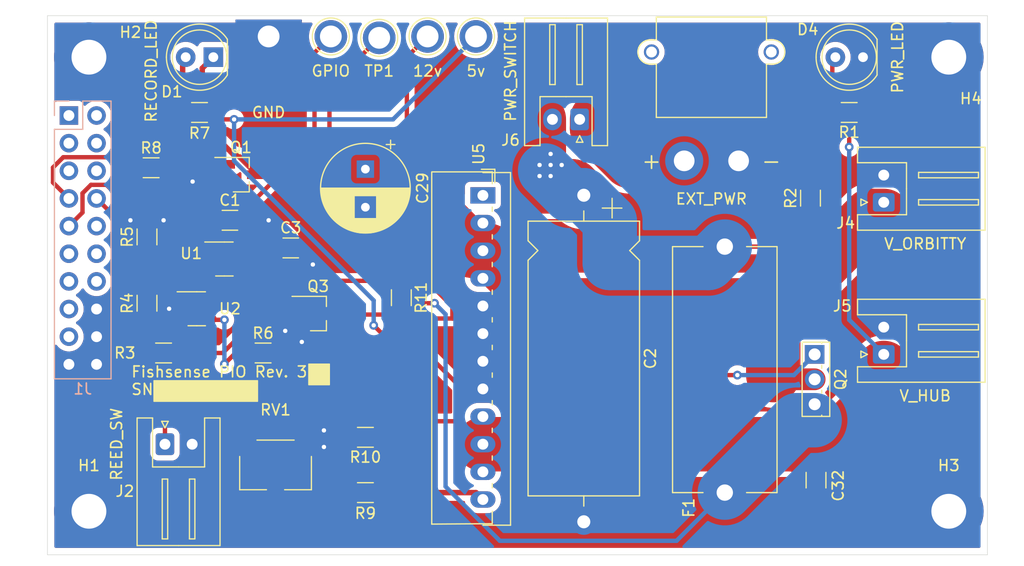
<source format=kicad_pcb>
(kicad_pcb (version 20211014) (generator pcbnew)
  (layers (0 "F.Cu" signal) (31 "B.Cu" signal) (34 "B.Paste" user) (35 "F.Paste" user) (36 "B.SilkS" user "B.Silkscreen") (37 "F.SilkS" user "F.Silkscreen") (38 "B.Mask" user) (39 "F.Mask" user) (44 "Edge.Cuts" user))
  (net 0 "")
  (net 1 "Net-(D1-Pad2)")
  (net 2 "Net-(D1-Pad1)")
  (net 3 "Net-(D4-Pad2)")
  (net 4 "+3V3")
  (net 10 "Net-(J1-Pad7)")
  (net 17 "GND")
  (net 18 "+5V")
  (net 19 "+12V")
  (net 20 "Net-(J1-Pad8)")
  (net 21 "/Power/POWEROFF_OD")
  (net 22 "Net-(J3-Pad2)")
  (net 24 "Net-(C2-Pad1)")
  (net 25 "Net-(R3-Pad2)")
  (net 26 "/Power/Vext")
  (net 28 "Net-(J1-Pad9)")
  (net 29 "Net-(Q1-Pad1)")
  (net 30 "Net-(R10-Pad1)")
  (net 31 "Net-(Q3-Pad1)")
  (net 32 "Net-(R4-Pad2)")
  (footprint "MountingHole:MountingHole_3.2mm_M3_Pad" (layer "F.Cu") (at 120.65 157.29)
    (fp_text reference "H1" (at 0 -4.2) (layer "F.SilkS"))
    (fp_text value "MountingHole_Pad")
    (pad "1" thru_hole circle (at 0 0) (size 6.4 6.4) (drill 3.2) (layers *.Cu *.Mask) (net 17 "GND"))
  )
  (footprint "MountingHole:MountingHole_3.2mm_M3_Pad" (layer "F.Cu") (at 120.65 115.57)
    (fp_text reference "H2" (at 3.81 -2.286) (layer "F.SilkS"))
    (fp_text value "MountingHole_Pad")
    (pad "1" thru_hole circle (at 0 0) (size 6.4 6.4) (drill 3.2) (layers *.Cu *.Mask) (net 17 "GND"))
  )
  (footprint "MountingHole:MountingHole_3.2mm_M3_Pad" (layer "F.Cu") (at 199.65 157.29)
    (fp_text reference "H3" (at 0 -4.2) (layer "F.SilkS"))
    (fp_text value "MountingHole_Pad")
    (pad "1" thru_hole circle (at 0 0) (size 6.4 6.4) (drill 3.2) (layers *.Cu *.Mask) (net 17 "GND"))
  )
  (footprint "MountingHole:MountingHole_3.2mm_M3_Pad" (layer "F.Cu") (at 199.65 115.57)
    (fp_text reference "H4" (at 2.026 3.81) (layer "F.SilkS"))
    (fp_text value "MountingHole_Pad")
    (pad "1" thru_hole circle (at 0 0) (size 6.4 6.4) (drill 3.2) (layers *.Cu *.Mask) (net 17 "GND"))
  )
  (footprint "Capacitor_THT:CP_Radial_D8.0mm_P3.50mm" (layer "F.Cu") (at 146.05 125.855349 -90)
    (fp_text reference "C29" (at 1.75 -5.25 -90) (layer "F.SilkS"))
    (fp_text value "100u")
    (pad "1" thru_hole rect (at 0 0 270) (size 1.6 1.6) (drill 0.8) (layers *.Cu *.Mask) (net 19 "+12V"))
    (pad "2" thru_hole circle (at 3.5 0 270) (size 1.6 1.6) (drill 0.8) (layers *.Cu *.Mask) (net 17 "GND"))
  )
  (footprint "Capacitor_SMD:C_1206_3216Metric_Pad1.33x1.80mm_HandSolder" (layer "F.Cu") (at 187.452 154.432 -90)
    (fp_text reference "C32" (at 0.508 -2.032 90) (layer "F.SilkS"))
    (fp_text value "22u")
    (pad "1" smd roundrect locked (at -1.5625 0 270) (size 1.325 1.8) (layers "F.Cu" "F.Paste" "F.Mask") (roundrect_rratio 0.188679) (net 18 "+5V"))
    (pad "2" smd roundrect locked (at 1.5625 0 270) (size 1.325 1.8) (layers "F.Cu" "F.Paste" "F.Mask") (roundrect_rratio 0.188679) (net 17 "GND"))
  )
  (footprint "LED_THT:LED_D5.0mm_FlatTop" (layer "F.Cu") (at 191.77 115.57 180)
    (fp_text reference "D4" (at 5.08 2.54) (layer "F.SilkS"))
    (fp_text value "PWR_LED" (at -3.175 0 90) (layer "F.SilkS"))
    (pad "1" thru_hole rect locked (at 0 0 180) (size 1.8 1.8) (drill 0.9) (layers *.Cu *.Mask) (net 17 "GND"))
    (pad "2" thru_hole circle locked (at 2.54 0 180) (size 1.8 1.8) (drill 0.9) (layers *.Cu *.Mask) (net 3 "Net-(D4-Pad2)"))
  )
  (footprint "Fuse:Fuseholder_Cylinder-5x20mm_Stelvio-Kontek_PTF78_Horizontal_Open" (layer "F.Cu") (at 179.07 155.575 90)
    (fp_text reference "F1" (at -1.397 -3.302 90) (layer "F.SilkS"))
    (fp_text value "Fuse")
    (pad "1" thru_hole circle locked (at 0 0 90) (size 3 3) (drill 1.5) (layers *.Cu *.Mask) (net 26 "/Power/Vext"))
    (pad "2" thru_hole circle locked (at 22.6 0 90) (size 3 3) (drill 1.5) (layers *.Cu *.Mask) (net 24 "Net-(C2-Pad1)"))
  )
  (footprint "Connector_AMASS:AMASS_XT30PW-M_1x02_P2.50mm_Horizontal" (layer "F.Cu") (at 180.34 125.095)
    (fp_text reference "J3" hide)
    (fp_text value "EXT_PWR" (at -2.5 3.5) (layer "F.SilkS"))
    (fp_text user "-" (at 3 0) (layer "F.SilkS") (effects (font (size 1.5 1.5))))
    (fp_text user "+" (at -8 0) (layer "F.SilkS") (effects (font (size 1.5 1.5))))
    (pad "" thru_hole circle locked (at 3 -10) (size 1.4 1.4) (drill 1) (layers *.Cu *.Mask))
    (pad "" thru_hole circle locked (at -8 -10) (size 1.4 1.4) (drill 1) (layers *.Cu *.Mask))
    (pad "1" thru_hole rect locked (at 0 0) (size 3.5 3.5) (drill 1.9) (layers *.Cu *.Mask) (net 17 "GND"))
    (pad "2" thru_hole circle locked (at -5 0) (size 3.5 3.5) (drill 1.9) (layers *.Cu *.Mask) (net 22 "Net-(J3-Pad2)"))
  )
  (footprint "TestPoint:TestPoint_Plated_Hole_D2.0mm" (layer "F.Cu") (at 156.21 113.665)
    (fp_text reference "TP9" hide)
    (fp_text value "5v" (at 0 3.175) (layer "F.SilkS"))
    (pad "1" thru_hole circle locked (at 0 0) (size 3 3) (drill 2) (layers *.Cu *.Mask) (net 18 "+5V"))
  )
  (footprint "Converter_DCDC:Converter_DCDC_RECOM_R5xxxPA_THT" (layer "F.Cu") (at 156.845 128.27 -90)
    (fp_text reference "U5" (at -3.81 0.381 90) (layer "F.SilkS"))
    (fp_text value "P783F-Q24-S5-S")
    (pad "1" thru_hole rect (at 0 0 270) (size 1.5 2.3) (drill 1) (layers *.Cu *.Mask))
    (pad "2" thru_hole oval (at 2.54 0 270) (size 1.5 2.3) (drill 1) (layers *.Cu *.Mask) (net 19 "+12V"))
    (pad "3" thru_hole oval (at 5.08 0 270) (size 1.5 2.3) (drill 1) (layers *.Cu *.Mask) (net 19 "+12V"))
    (pad "4" thru_hole oval (at 7.62 0 270) (size 1.5 2.3) (drill 1) (layers *.Cu *.Mask) (net 19 "+12V"))
    (pad "5" thru_hole oval (at 10.16 0 270) (size 1.5 2.3) (drill 1) (layers *.Cu *.Mask) (net 17 "GND"))
    (pad "6" thru_hole oval (at 12.7 0 270) (size 1.5 2.3) (drill 1) (layers *.Cu *.Mask) (net 17 "GND"))
    (pad "7" thru_hole oval (at 15.24 0 270) (size 1.5 2.3) (drill 1) (layers *.Cu *.Mask) (net 17 "GND"))
    (pad "8" thru_hole oval (at 17.78 0 270) (size 1.5 2.3) (drill 1) (layers *.Cu *.Mask) (net 17 "GND"))
    (pad "9" thru_hole oval (at 20.32 0 270) (size 1.5 2.3) (drill 1) (layers *.Cu *.Mask) (net 18 "+5V"))
    (pad "10" thru_hole oval (at 22.86 0 270) (size 1.5 2.3) (drill 1) (layers *.Cu *.Mask) (net 18 "+5V"))
    (pad "11" thru_hole oval (at 25.4 0 270) (size 1.5 2.3) (drill 1) (layers *.Cu *.Mask) (net 18 "+5V"))
    (pad "12" thru_hole oval (at 27.94 0 270) (size 1.5 2.3) (drill 1) (layers *.Cu *.Mask) (net 30 "Net-(R10-Pad1)"))
  )
  (footprint "Package_TO_SOT_SMD:SOT-23_Handsoldering" (layer "F.Cu") (at 134.62 126.365)
    (fp_text reference "Q1" (at 0 -2.5) (layer "F.SilkS"))
    (fp_text value "Q_NMOS_GSD")
    (pad "1" smd rect locked (at -1.5 -0.95) (size 1.9 0.8) (layers "F.Cu" "F.Paste" "F.Mask") (net 29 "Net-(Q1-Pad1)"))
    (pad "2" smd rect locked (at -1.5 0.95) (size 1.9 0.8) (layers "F.Cu" "F.Paste" "F.Mask") (net 17 "GND"))
    (pad "3" smd rect locked (at 1.5 0) (size 1.9 0.8) (layers "F.Cu" "F.Paste" "F.Mask") (net 2 "Net-(D1-Pad1)"))
  )
  (footprint "Package_TO_SOT_THT:TO-251-3_Vertical" (layer "F.Cu") (at 187.325 142.875 -90)
    (fp_text reference "Q2" (at 2.29 -2.39 90) (layer "F.SilkS"))
    (fp_text value "Q_PMOS_GDS")
    (pad "1" thru_hole rect locked (at 0 0 270) (size 1.7175 1.8) (drill 1.1) (layers *.Cu *.Mask) (net 21 "/Power/POWEROFF_OD"))
    (pad "2" thru_hole oval locked (at 2.29 0 270) (size 1.7175 1.8) (drill 1.1) (layers *.Cu *.Mask) (net 19 "+12V"))
    (pad "3" thru_hole oval locked (at 4.58 0 270) (size 1.7175 1.8) (drill 1.1) (layers *.Cu *.Mask) (net 26 "/Power/Vext"))
  )
  (footprint "Resistor_SMD:R_1206_3216Metric_Pad1.30x1.75mm_HandSolder" (layer "F.Cu") (at 190.5 120.65 180)
    (fp_text reference "R1" (at 0 -1.82) (layer "F.SilkS"))
    (fp_text value "91")
    (pad "1" smd roundrect locked (at -1.55 0 180) (size 1.3 1.75) (layers "F.Cu" "F.Paste" "F.Mask") (roundrect_rratio 0.192308) (net 18 "+5V"))
    (pad "2" smd roundrect locked (at 1.55 0 180) (size 1.3 1.75) (layers "F.Cu" "F.Paste" "F.Mask") (roundrect_rratio 0.192308) (net 3 "Net-(D4-Pad2)"))
  )
  (footprint "Connector_JST:JST_XH_S2B-XH-A_1x02_P2.50mm_Horizontal" (layer "F.Cu") (at 165.735 121.285 180)
    (fp_text reference "J6" (at 6.35 -1.905) (layer "F.SilkS"))
    (fp_text value "PWR_SWITCH" (at 6.35 4.445 90) (layer "F.SilkS"))
    (pad "1" thru_hole roundrect locked (at 0 0 180) (size 1.7 2) (drill 1) (layers *.Cu *.Mask) (roundrect_rratio 0.147059) (net 22 "Net-(J3-Pad2)"))
    (pad "2" thru_hole oval locked (at 2.5 0 180) (size 1.7 2) (drill 1) (layers *.Cu *.Mask) (net 24 "Net-(C2-Pad1)"))
  )
  (footprint "LED_THT:LED_D5.0mm_FlatTop" (layer "F.Cu") (at 132.08 115.57 180)
    (fp_text reference "D1" (at 3.81 -3.175) (layer "F.SilkS"))
    (fp_text value "RECORD_LED" (at 5.715 -1.27 90) (layer "F.SilkS"))
    (pad "1" thru_hole rect locked (at 0 0 180) (size 1.8 1.8) (drill 0.9) (layers *.Cu *.Mask) (net 2 "Net-(D1-Pad1)"))
    (pad "2" thru_hole circle locked (at 2.54 0 180) (size 1.8 1.8) (drill 0.9) (layers *.Cu *.Mask) (net 1 "Net-(D1-Pad2)"))
  )
  (footprint "Connector_JST:JST_XH_S2B-XH-A_1x02_P2.50mm_Horizontal" (layer "F.Cu") (at 127.635 151.13)
    (fp_text reference "J2" (at -3.683 4.318) (layer "F.SilkS"))
    (fp_text value "REED_SW" (at -4.445 0 90) (layer "F.SilkS"))
    (pad "1" thru_hole roundrect locked (at 0 0) (size 1.7 2) (drill 1) (layers *.Cu *.Mask) (roundrect_rratio 0.147059) (net 20 "Net-(J1-Pad8)"))
    (pad "2" thru_hole oval locked (at 2.5 0) (size 1.7 2) (drill 1) (layers *.Cu *.Mask) (net 17 "GND"))
  )
  (footprint "Connector_JST:JST_XH_S2B-XH-A_1x02_P2.50mm_Horizontal" (layer "F.Cu") (at 193.675 128.905 90)
    (fp_text reference "J4" (at -1.905 -3.5 180) (layer "F.SilkS"))
    (fp_text value "V_ORBITTY" (at -3.81 3.81 180) (layer "F.SilkS"))
    (pad "1" thru_hole roundrect locked (at 0 0 90) (size 1.7 2) (drill 1) (layers *.Cu *.Mask) (roundrect_rratio 0.147059) (net 19 "+12V"))
    (pad "2" thru_hole oval locked (at 2.5 0 90) (size 1.7 2) (drill 1) (layers *.Cu *.Mask) (net 17 "GND"))
  )
  (footprint "Connector_JST:JST_XH_S2B-XH-A_1x02_P2.50mm_Horizontal" (layer "F.Cu") (at 193.675 142.875 90)
    (fp_text reference "J5" (at 4.445 -3.81 180) (layer "F.SilkS"))
    (fp_text value "V_HUB" (at -3.81 3.81 180) (layer "F.SilkS"))
    (pad "1" thru_hole roundrect locked (at 0 0 90) (size 1.7 2) (drill 1) (layers *.Cu *.Mask) (roundrect_rratio 0.147059) (net 18 "+5V"))
    (pad "2" thru_hole oval locked (at 2.5 0 90) (size 1.7 2) (drill 1) (layers *.Cu *.Mask) (net 17 "GND"))
  )
  (footprint "Resistor_SMD:R_1206_3216Metric_Pad1.30x1.75mm_HandSolder" (layer "F.Cu") (at 130.81 120.65 180)
    (fp_text reference "R7" (at 0 -1.905) (layer "F.SilkS"))
    (fp_text value "150")
    (pad "1" smd roundrect locked (at -1.55 0 180) (size 1.3 1.75) (layers "F.Cu" "F.Paste" "F.Mask") (roundrect_rratio 0.192308) (net 18 "+5V"))
    (pad "2" smd roundrect locked (at 1.55 0 180) (size 1.3 1.75) (layers "F.Cu" "F.Paste" "F.Mask") (roundrect_rratio 0.192308) (net 1 "Net-(D1-Pad2)"))
  )
  (footprint "Resistor_SMD:R_1206_3216Metric_Pad1.30x1.75mm_HandSolder" (layer "F.Cu") (at 126.365 125.73)
    (fp_text reference "R8" (at 0 -1.82) (layer "F.SilkS"))
    (fp_text value "150")
    (pad "1" smd roundrect locked (at -1.55 0) (size 1.3 1.75) (layers "F.Cu" "F.Paste" "F.Mask") (roundrect_rratio 0.192308) (net 10 "Net-(J1-Pad7)"))
    (pad "2" smd roundrect locked (at 1.55 0) (size 1.3 1.75) (layers "F.Cu" "F.Paste" "F.Mask") (roundrect_rratio 0.192308) (net 29 "Net-(Q1-Pad1)"))
  )
  (footprint "Resistor_SMD:R_1206_3216Metric_Pad1.30x1.75mm_HandSolder" (layer "F.Cu") (at 146.05 155.575)
    (fp_text reference "R9" (at 0 1.905) (layer "F.SilkS"))
    (fp_text value "500k")
    (pad "1" smd roundrect locked (at -1.55 0) (size 1.3 1.75) (layers "F.Cu" "F.Paste" "F.Mask") (roundrect_rratio 0.192308) (net 18 "+5V"))
    (pad "2" smd roundrect locked (at 1.55 0) (size 1.3 1.75) (layers "F.Cu" "F.Paste" "F.Mask") (roundrect_rratio 0.192308) (net 30 "Net-(R10-Pad1)"))
  )
  (footprint "Resistor_SMD:R_1206_3216Metric_Pad1.30x1.75mm_HandSolder" (layer "F.Cu") (at 146.05 150.495 180)
    (fp_text reference "R10" (at 0 -1.82) (layer "F.SilkS"))
    (fp_text value "500k")
    (pad "1" smd roundrect locked (at -1.55 0 180) (size 1.3 1.75) (layers "F.Cu" "F.Paste" "F.Mask") (roundrect_rratio 0.192308) (net 30 "Net-(R10-Pad1)"))
    (pad "2" smd roundrect locked (at 1.55 0 180) (size 1.3 1.75) (layers "F.Cu" "F.Paste" "F.Mask") (roundrect_rratio 0.192308) (net 17 "GND"))
  )
  (footprint "Potentiometer_SMD:Potentiometer_Bourns_3269W_Vertical" (layer "F.Cu") (at 137.795 153.035)
    (fp_text reference "RV1" (at 0 -5.06) (layer "F.SilkS"))
    (fp_text value "1M")
    (pad "1" smd rect locked (at 2.54 -2.415) (size 1.19 2.79) (layers "F.Cu" "F.Paste" "F.Mask") (net 17 "GND"))
    (pad "2" smd rect locked (at 0 2.415) (size 1.19 2.79) (layers "F.Cu" "F.Paste" "F.Mask") (net 30 "Net-(R10-Pad1)"))
    (pad "3" smd rect locked (at -2.54 -2.415) (size 1.19 2.79) (layers "F.Cu" "F.Paste" "F.Mask") (net 18 "+5V"))
  )
  (footprint "TestPoint:TestPoint_Plated_Hole_D2.0mm" (layer "F.Cu") (at 137.16 113.665)
    (fp_text reference "TP2" hide)
    (fp_text value "GND" (at 0 6.985) (layer "F.SilkS"))
    (pad "1" thru_hole custom locked (at 0 0) (size 3 3) (drill 2) (layers *.Cu *.Mask) (net 17 "GND") (options (clearance outline) (anchor circle)) (primitives (gr_poly (pts (xy 3 6) (xy -3 6) (xy -3 -1.5) (xy 3 -1.5)) (width 0.1) (fill yes))))
  )
  (footprint "TestPoint:TestPoint_Plated_Hole_D2.0mm" (layer "F.Cu") (at 151.765 113.665)
    (fp_text reference "TP3" hide)
    (fp_text value "12v" (at 0 3.175) (layer "F.SilkS"))
    (pad "1" thru_hole circle locked (at 0 0) (size 3 3) (drill 2) (layers *.Cu *.Mask) (net 19 "+12V"))
  )
  (footprint "TestPoint:TestPoint_Plated_Hole_D2.0mm" (layer "F.Cu") (at 142.875 113.665)
    (fp_text reference "TP4" hide)
    (fp_text value "GPIO" (at 0 3.175) (layer "F.SilkS"))
    (pad "1" thru_hole circle locked (at 0 0) (size 3 3) (drill 2) (layers *.Cu *.Mask) (net 28 "Net-(J1-Pad9)"))
  )
  (footprint "Package_TO_SOT_SMD:SOT-23-5" (layer "F.Cu") (at 130.556 138.684)
    (fp_text reference "U2" (at 3.048 0) (layer "F.SilkS"))
    (fp_text value "MIC2779L")
    (pad "1" smd roundrect (at -1.1375 -0.95) (size 1.325 0.6) (layers "F.Cu" "F.Paste" "F.Mask") (net 32 "Net-(R4-Pad2)"))
    (pad "2" smd roundrect (at -1.1375 0) (size 1.325 0.6) (layers "F.Cu" "F.Paste" "F.Mask") (net 17 "GND"))
    (pad "3" smd roundrect (at -1.1375 0.95) (size 1.325 0.6) (layers "F.Cu" "F.Paste" "F.Mask") (net 25 "Net-(R3-Pad2)"))
    (pad "4" smd roundrect (at 1.1375 0.95) (size 1.325 0.6) (layers "F.Cu" "F.Paste" "F.Mask") (net 31 "Net-(Q3-Pad1)"))
    (pad "5" smd roundrect (at 1.1375 -0.95) (size 1.325 0.6) (layers "F.Cu" "F.Paste" "F.Mask") (net 4 "+3V3"))
  )
  (footprint "Resistor_SMD:R_1206_3216Metric_Pad1.30x1.75mm_HandSolder" (layer "F.Cu") (at 125.984 132.08 90)
    (fp_text reference "R5" (at 0 -1.82 90) (layer "F.SilkS"))
    (fp_text value "118k")
    (pad "1" smd roundrect (at -1.55 0 90) (size 1.3 1.75) (layers "F.Cu" "F.Paste" "F.Mask") (roundrect_rratio 0.192308) (net 32 "Net-(R4-Pad2)"))
    (pad "2" smd roundrect (at 1.55 0 90) (size 1.3 1.75) (layers "F.Cu" "F.Paste" "F.Mask") (roundrect_rratio 0.192308) (net 17 "GND"))
  )
  (footprint "Resistor_SMD:R_1206_3216Metric_Pad1.30x1.75mm_HandSolder" (layer "F.Cu") (at 149.352 137.668 -90)
    (fp_text reference "R11" (at 0 -1.82 90) (layer "F.SilkS"))
    (fp_text value "50k")
    (pad "1" smd roundrect (at -1.55 0 270) (size 1.3 1.75) (layers "F.Cu" "F.Paste" "F.Mask") (roundrect_rratio 0.192308) (net 26 "/Power/Vext"))
    (pad "2" smd roundrect (at 1.55 0 270) (size 1.3 1.75) (layers "F.Cu" "F.Paste" "F.Mask") (roundrect_rratio 0.192308) (net 21 "/Power/POWEROFF_OD"))
  )
  (footprint "Resistor_SMD:R_1206_3216Metric_Pad1.30x1.75mm_HandSolder" (layer "F.Cu") (at 127.508 142.748 180)
    (fp_text reference "R3" (at 3.556 0) (layer "F.SilkS"))
    (fp_text value "870k")
    (pad "1" smd roundrect (at -1.55 0 180) (size 1.3 1.75) (layers "F.Cu" "F.Paste" "F.Mask") (roundrect_rratio 0.192308) (net 26 "/Power/Vext"))
    (pad "2" smd roundrect (at 1.55 0 180) (size 1.3 1.75) (layers "F.Cu" "F.Paste" "F.Mask") (roundrect_rratio 0.192308) (net 25 "Net-(R3-Pad2)"))
  )
  (footprint "Capacitor_THT:CP_Axial_L25.0mm_D10.0mm_P30.00mm_Horizontal" (layer "F.Cu") (at 166.116 128.256 -90)
    (fp_text reference "C2" (at 15 -6.12 -90) (layer "F.SilkS"))
    (fp_text value "1000u")
    (pad "1" thru_hole rect (at 0 0 270) (size 2.4 2.4) (drill 1.2) (layers *.Cu *.Mask) (net 24 "Net-(C2-Pad1)"))
    (pad "2" thru_hole oval (at 30 0 270) (size 2.4 2.4) (drill 1.2) (layers *.Cu *.Mask) (net 17 "GND"))
  )
  (footprint "TestPoint:TestPoint_Plated_Hole_D2.0mm" (layer "F.Cu") (at 147.32 113.792)
    (fp_text reference "TP1" (at 0 3.048) (layer "F.SilkS"))
    (fp_text value "Poweroff")
    (pad "1" thru_hole circle (at 0 0) (size 3 3) (drill 2) (layers *.Cu *.Mask) (net 21 "/Power/POWEROFF_OD"))
  )
  (footprint "Capacitor_SMD:C_1206_3216Metric_Pad1.33x1.80mm_HandSolder" (layer "F.Cu") (at 139.192 133.096)
    (fp_text reference "C3" (at 0 -1.85) (layer "F.SilkS"))
    (fp_text value "1u")
    (pad "1" smd roundrect (at -1.5625 0) (size 1.325 1.8) (layers "F.Cu" "F.Paste" "F.Mask") (roundrect_rratio 0.188679) (net 4 "+3V3"))
    (pad "2" smd roundrect (at 1.5625 0) (size 1.325 1.8) (layers "F.Cu" "F.Paste" "F.Mask") (roundrect_rratio 0.188679) (net 17 "GND"))
  )
  (footprint "Package_TO_SOT_SMD:SOT-23-5" (layer "F.Cu") (at 133.096 134.112)
    (fp_text reference "U1" (at -3.048 -0.508) (layer "F.SilkS"))
    (fp_text value "NCP711")
    (pad "1" smd roundrect (at -1.1375 -0.95) (size 1.325 0.6) (layers "F.Cu" "F.Paste" "F.Mask") (net 26 "/Power/Vext"))
    (pad "2" smd roundrect (at -1.1375 0) (size 1.325 0.6) (layers "F.Cu" "F.Paste" "F.Mask") (net 17 "GND"))
    (pad "3" smd roundrect (at -1.1375 0.95) (size 1.325 0.6) (layers "F.Cu" "F.Paste" "F.Mask"))
    (pad "4" smd roundrect (at 1.1375 0.95) (size 1.325 0.6) (layers "F.Cu" "F.Paste" "F.Mask"))
    (pad "5" smd roundrect (at 1.1375 -0.95) (size 1.325 0.6) (layers "F.Cu" "F.Paste" "F.Mask") (net 4 "+3V3"))
  )
  (footprint "Resistor_SMD:R_1206_3216Metric_Pad1.30x1.75mm_HandSolder" (layer "F.Cu") (at 125.984 138.176 90)
    (fp_text reference "R4" (at 0 -1.82 90) (layer "F.SilkS"))
    (fp_text value "12k")
    (pad "1" smd roundrect (at -1.55 0 90) (size 1.3 1.75) (layers "F.Cu" "F.Paste" "F.Mask") (roundrect_rratio 0.192308) (net 25 "Net-(R3-Pad2)"))
    (pad "2" smd roundrect (at 1.55 0 90) (size 1.3 1.75) (layers "F.Cu" "F.Paste" "F.Mask") (roundrect_rratio 0.192308) (net 32 "Net-(R4-Pad2)"))
  )
  (footprint "Package_TO_SOT_SMD:SOT-23_Handsoldering" (layer "F.Cu") (at 141.708 139.126)
    (fp_text reference "Q3" (at 0 -2.5) (layer "F.SilkS"))
    (fp_text value "Q_NMOS_GSD")
    (pad "1" smd rect (at -1.5 -0.95) (size 1.9 0.8) (layers "F.Cu" "F.Paste" "F.Mask") (net 31 "Net-(Q3-Pad1)"))
    (pad "2" smd rect (at -1.5 0.95) (size 1.9 0.8) (layers "F.Cu" "F.Paste" "F.Mask") (net 17 "GND"))
    (pad "3" smd rect (at 1.5 0) (size 1.9 0.8) (layers "F.Cu" "F.Paste" "F.Mask") (net 21 "/Power/POWEROFF_OD"))
  )
  (footprint "Resistor_SMD:R_1206_3216Metric_Pad1.30x1.75mm_HandSolder" (layer "F.Cu") (at 186.944 128.524 90)
    (fp_text reference "R2" (at 0 -1.82 90) (layer "F.SilkS"))
    (fp_text value "10M")
    (pad "1" smd roundrect (at -1.55 0 90) (size 1.3 1.75) (layers "F.Cu" "F.Paste" "F.Mask") (roundrect_rratio 0.192308) (net 24 "Net-(C2-Pad1)"))
    (pad "2" smd roundrect (at 1.55 0 90) (size 1.3 1.75) (layers "F.Cu" "F.Paste" "F.Mask") (roundrect_rratio 0.192308) (net 17 "GND"))
  )
  (footprint "Resistor_SMD:R_1206_3216Metric_Pad1.30x1.75mm_HandSolder" (layer "F.Cu") (at 136.652 142.748)
    (fp_text reference "R6" (at 0 -1.82) (layer "F.SilkS"))
    (fp_text value "50k")
    (pad "1" smd roundrect (at -1.55 0) (size 1.3 1.75) (layers "F.Cu" "F.Paste" "F.Mask") (roundrect_rratio 0.192308) (net 31 "Net-(Q3-Pad1)"))
    (pad "2" smd roundrect (at 1.55 0) (size 1.3 1.75) (layers "F.Cu" "F.Paste" "F.Mask") (roundrect_rratio 0.192308) (net 17 "GND"))
  )
  (footprint "Capacitor_SMD:C_1206_3216Metric_Pad1.33x1.80mm_HandSolder" (layer "F.Cu") (at 133.604 130.556)
    (fp_text reference "C1" (at 0 -1.85) (layer "F.SilkS"))
    (fp_text value "1u")
    (pad "1" smd roundrect (at -1.5625 0) (size 1.325 1.8) (layers "F.Cu" "F.Paste" "F.Mask") (roundrect_rratio 0.188679) (net 26 "/Power/Vext"))
    (pad "2" smd roundrect (at 1.5625 0) (size 1.325 1.8) (layers "F.Cu" "F.Paste" "F.Mask") (roundrect_rratio 0.188679) (net 17 "GND"))
  )
  (footprint "Connector_PinSocket_2.54mm:PinSocket_2x10_P2.54mm_Vertical" (layer "B.Cu") (at 118.81 120.93 180)
    (fp_text reference "J1" (at -1.27 -25.12) (layer "B.SilkS") (effects (justify mirror)))
    (fp_text value "ORBITTY_EXPANSION")
    (pad "1" thru_hole rect locked (at 0 0 180) (size 1.7 1.7) (drill 1) (layers *.Cu *.Mask))
    (pad "2" thru_hole oval locked (at -2.54 0 180) (size 1.7 1.7) (drill 1) (layers *.Cu *.Mask))
    (pad "3" thru_hole oval locked (at 0 -2.54 180) (size 1.7 1.7) (drill 1) (layers *.Cu *.Mask))
    (pad "4" thru_hole oval locked (at -2.54 -2.54 180) (size 1.7 1.7) (drill 1) (layers *.Cu *.Mask))
    (pad "5" thru_hole oval locked (at 0 -5.08 180) (size 1.7 1.7) (drill 1) (layers *.Cu *.Mask))
    (pad "6" thru_hole oval locked (at -2.54 -5.08 180) (size 1.7 1.7) (drill 1) (layers *.Cu *.Mask))
    (pad "7" thru_hole oval locked (at 0 -7.62 180) (size 1.7 1.7) (drill 1) (layers *.Cu *.Mask) (net 10 "Net-(J1-Pad7)"))
    (pad "8" thru_hole oval locked (at -2.54 -7.62 180) (size 1.7 1.7) (drill 1) (layers *.Cu *.Mask) (net 20 "Net-(J1-Pad8)"))
    (pad "9" thru_hole oval locked (at 0 -10.16 180) (size 1.7 1.7) (drill 1) (layers *.Cu *.Mask) (net 28 "Net-(J1-Pad9)"))
    (pad "10" thru_hole oval locked (at -2.54 -10.16 180) (size 1.7 1.7) (drill 1) (layers *.Cu *.Mask))
    (pad "11" thru_hole oval locked (at 0 -12.7 180) (size 1.7 1.7) (drill 1) (layers *.Cu *.Mask))
    (pad "12" thru_hole oval locked (at -2.54 -12.7 180) (size 1.7 1.7) (drill 1) (layers *.Cu *.Mask))
    (pad "13" thru_hole oval locked (at 0 -15.24 180) (size 1.7 1.7) (drill 1) (layers *.Cu *.Mask))
    (pad "14" thru_hole oval locked (at -2.54 -15.24 180) (size 1.7 1.7) (drill 1) (layers *.Cu *.Mask))
    (pad "15" thru_hole oval locked (at 0 -17.78 180) (size 1.7 1.7) (drill 1) (layers *.Cu *.Mask))
    (pad "16" thru_hole oval locked (at -2.54 -17.78 180) (size 1.7 1.7) (drill 1) (layers *.Cu *.Mask) (net 17 "GND"))
    (pad "17" thru_hole oval locked (at 0 -20.32 180) (size 1.7 1.7) (drill 1) (layers *.Cu *.Mask))
    (pad "18" thru_hole oval locked (at -2.54 -20.32 180) (size 1.7 1.7) (drill 1) (layers *.Cu *.Mask) (net 17 "GND"))
    (pad "19" thru_hole oval locked (at 0 -22.86 180) (size 1.7 1.7) (drill 1) (layers *.Cu *.Mask) (net 17 "GND"))
    (pad "20" thru_hole oval locked (at -2.54 -22.86 180) (size 1.7 1.7) (drill 1) (layers *.Cu *.Mask) (net 17 "GND"))
  )
  (gr_poly (pts (xy 142.748 145.669) (xy 140.843 145.669) (xy 140.843 143.764) (xy 142.748 143.764)) (layer "F.SilkS") (width 0.1) (fill solid))
  (gr_poly (pts (xy 136.144 147.193) (xy 126.619 147.193) (xy 126.619 145.288) (xy 136.144 145.288)) (layer "F.SilkS") (width 0.1) (fill solid))
  (gr_line (start 173.99 111.76) (end 116.84 111.76) (layer "Edge.Cuts") (width 0.05))
  (gr_line (start 116.84 111.76) (end 116.84 161.29) (layer "Edge.Cuts") (width 0.05))
  (gr_line (start 173.99 111.76) (end 203.2 111.76) (layer "Edge.Cuts") (width 0.05))
  (gr_line (start 203.2 161.29) (end 203.2 111.76) (layer "Edge.Cuts") (width 0.05))
  (gr_line (start 116.84 161.29) (end 203.2 161.29) (layer "Edge.Cuts") (width 0.05))
  (gr_text "Fishsense PIO Rev. 3\nSN" (at 124.46 145.288) (layer "F.SilkS") (effects (font (size 1 1)) (justify left)))
  (segment (start 129.26 120.65) (end 129.26 115.85) (width 0.5) (layer "F.Cu") (net 1))
  (segment (start 129.26 115.85) (end 129.54 115.57) (width 0.5) (layer "F.Cu") (net 1))
  (segment (start 131.05999 121.6478) (end 131.05999 116.59001) (width 0.5) (layer "F.Cu") (net 2))
  (segment (start 131.05999 116.59001) (end 132.08 115.57) (width 0.5) (layer "F.Cu") (net 2))
  (segment (start 133.977189 124.564999) (end 131.05999 121.6478) (width 0.5) (layer "F.Cu") (net 2))
  (segment (start 134.319999 124.564999) (end 133.977189 124.564999) (width 0.5) (layer "F.Cu") (net 2))
  (segment (start 136.12 126.365) (end 134.319999 124.564999) (width 0.5) (layer "F.Cu") (net 2))
  (segment (start 188.95 115.85) (end 189.23 115.57) (width 0.4) (layer "F.Cu") (net 3))
  (segment (start 188.95 120.65) (end 188.95 115.85) (width 0.4) (layer "F.Cu") (net 3))
  (segment (start 136.161 134.5645) (end 137.6295 133.096) (width 0.4) (layer "F.Cu") (net 4))
  (segment (start 135.636 134.5645) (end 134.2335 133.162) (width 0.4) (layer "F.Cu") (net 4))
  (segment (start 137.5635 133.162) (end 137.6295 133.096) (width 0.2) (layer "F.Cu") (net 4))
  (segment (start 133.001138 137.734) (end 135.636 135.099138) (width 0.4) (layer "F.Cu") (net 4))
  (segment (start 135.636 135.099138) (end 135.636 134.5645) (width 0.4) (layer "F.Cu") (net 4))
  (segment (start 131.6935 137.734) (end 133.001138 137.734) (width 0.4) (layer "F.Cu") (net 4))
  (segment (start 135.636 134.5645) (end 136.161 134.5645) (width 0.4) (layer "F.Cu") (net 4))
  (segment (start 123.845489 124.760489) (end 118.292435 124.760489) (width 0.4) (layer "F.Cu") (net 10))
  (segment (start 124.815 125.73) (end 123.845489 124.760489) (width 0.4) (layer "F.Cu") (net 10))
  (segment (start 117.348 127.088) (end 118.81 128.55) (width 0.4) (layer "F.Cu") (net 10))
  (segment (start 118.292435 124.760489) (end 117.348 125.704924) (width 0.4) (layer "F.Cu") (net 10))
  (segment (start 117.348 125.704924) (end 117.348 127.088) (width 0.4) (layer "F.Cu") (net 10))
  (segment (start 129.4185 138.684) (end 128.016 138.684) (width 0.5) (layer "F.Cu") (net 17))
  (via (at 130.175 127) (size 0.8) (drill 0.4) (layers "F.Cu" "B.Cu") (net 17))
  (via (at 127.508 130.556) (size 0.8) (drill 0.4) (layers "F.Cu" "B.Cu") (net 17))
  (via (at 140.208 141.732) (size 0.8) (drill 0.4) (layers "F.Cu" "B.Cu") (net 17))
  (via (at 137.16 130.556) (size 0.8) (drill 0.4) (layers "F.Cu" "B.Cu") (net 17))
  (via (at 128.016 138.684) (size 0.8) (drill 0.4) (layers "F.Cu" "B.Cu") (net 17))
  (via (at 141.224 134.62) (size 0.8) (drill 0.4) (layers "F.Cu" "B.Cu") (net 17))
  (via (at 124.46 130.556) (size 0.8) (drill 0.4) (layers "F.Cu" "B.Cu") (net 17))
  (via (at 142.24 149.86) (size 0.8) (drill 0.4) (layers "F.Cu" "B.Cu") (net 17))
  (via (at 142.24 151.384) (size 0.8) (drill 0.4) (layers "F.Cu" "B.Cu") (net 17))
  (via (at 138.684 140.716) (size 0.8) (drill 0.4) (layers "F.Cu" "B.Cu") (net 17))
  (segment (start 145.75001 154.32499) (end 144.5 155.575) (width 0.4) (layer "F.Cu") (net 18))
  (segment (start 190.5 122.2) (end 192.05 120.65) (width 0.4) (layer "F.Cu") (net 18))
  (segment (start 185.643061 151.13) (end 185.726821 151.21376) (width 5) (layer "F.Cu") (net 18))
  (segment (start 154.73499 145.84499) (end 149.86 140.97) (width 0.4) (layer "F.Cu") (net 18))
  (segment (start 147.574 140.97) (end 146.812 140.208) (width 0.4) (layer "F.Cu") (net 18))
  (segment (start 142.379999 153.454999) (end 138.089999 153.454999) (width 0.4) (layer "F.Cu") (net 18))
  (segment (start 190.5 123.825) (end 190.5 122.2) (width 0.4) (layer "F.Cu") (net 18))
  (segment (start 193.675 146.461939) (end 193.675 144.12501) (width 5) (layer "F.Cu") (net 18))
  (segment (start 144.5 155.575) (end 142.379999 153.454999) (width 0.4) (layer "F.Cu") (net 18))
  (segment (start 154.73499 149.01999) (end 154.73499 145.84499) (width 0.4) (layer "F.Cu") (net 18))
  (segment (start 156.845 151.13) (end 185.643061 151.13) (width 5) (layer "F.Cu") (net 18))
  (segment (start 156.845 151.13) (end 156.845 153.67) (width 0.4) (layer "F.Cu") (net 18))
  (segment (start 138.089999 153.454999) (end 135.255 150.62) (width 0.4) (layer "F.Cu") (net 18))
  (segment (start 191.77 120.93) (end 192.05 120.65) (width 0.4) (layer "F.Cu") (net 18))
  (segment (start 156.845 151.13) (end 154.73499 149.01999) (width 0.4) (layer "F.Cu") (net 18))
  (segment (start 145.75001 150.117892) (end 145.75001 154.32499) (width 0.4) (layer "F.Cu") (net 18))
  (segment (start 156.845 151.13) (end 156.845 148.59) (width 0.4) (layer "F.Cu") (net 18))
  (segment (start 132.995 121.285) (end 132.36 120.65) (width 0.4) (layer "F.Cu") (net 18))
  (segment (start 146.847912 149.01999) (end 145.75001 150.117892) (width 0.4) (layer "F.Cu") (net 18))
  (segment (start 154.73499 149.01999) (end 146.847912 149.01999) (width 0.4) (layer "F.Cu") (net 18))
  (segment (start 133.985 121.285) (end 132.995 121.285) (width 0.4) (layer "F.Cu") (net 18))
  (segment (start 185.726821 151.21376) (end 188.923179 151.21376) (width 5) (layer "F.Cu") (net 18))
  (segment (start 188.923179 151.21376) (end 193.675 146.461939) (width 5) (layer "F.Cu") (net 18))
  (segment (start 149.86 140.97) (end 147.574 140.97) (width 0.4) (layer "F.Cu") (net 18))
  (via (at 190.5 123.825) (size 0.8) (drill 0.4) (layers "F.Cu" "B.Cu") (net 18))
  (via (at 146.812 140.208) (size 0.8) (drill 0.4) (layers "F.Cu" "B.Cu") (net 18))
  (via (at 133.985 121.285) (size 0.8) (drill 0.4) (layers "F.Cu" "B.Cu") (net 18))
  (segment (start 190.5 139.7) (end 190.5 123.825) (width 0.4) (layer "B.Cu") (net 18))
  (segment (start 146.812 137.922) (end 133.985 125.095) (width 0.4) (layer "B.Cu") (net 18))
  (segment (start 193.675 142.875) (end 190.5 139.7) (width 0.4) (layer "B.Cu") (net 18))
  (segment (start 148.59 121.285) (end 156.21 113.665) (width 0.4) (layer "B.Cu") (net 18))
  (segment (start 133.985 121.285) (end 148.59 121.285) (width 0.4) (layer "B.Cu") (net 18))
  (segment (start 146.812 140.208) (end 146.812 137.922) (width 0.4) (layer "B.Cu") (net 18))
  (segment (start 133.985 125.095) (end 133.985 121.285) (width 0.4) (layer "B.Cu") (net 18))
  (segment (start 192.42499 130.15501) (end 193.675 130.15501) (width 5) (layer "F.Cu") (net 19))
  (segment (start 183.524999 139.696249) (end 183.524999 144.78) (width 5) (layer "F.Cu") (net 19))
  (segment (start 151.636001 114.171001) (end 151.13 113.665) (width 0.4) (layer "F.Cu") (net 19))
  (segment (start 162.351902 138.375009) (end 184.204991 138.375009) (width 5) (layer "F.Cu") (net 19))
  (segment (start 149.86 115.57) (end 151.765 113.665) (width 0.4) (layer "F.Cu") (net 19))
  (segment (start 156.845 133.35) (end 157.326893 133.35) (width 5) (layer "F.Cu") (net 19))
  (segment (start 147.826001 125.299999) (end 146.05 125.299999) (width 5) (layer "F.Cu") (net 19))
  (segment (start 149.86 123.266) (end 147.826001 125.299999) (width 0.4) (layer "F.Cu") (net 19))
  (segment (start 184.204991 138.375009) (end 192.42499 130.15501) (width 5) (layer "F.Cu") (net 19))
  (segment (start 184.204991 138.375009) (end 183.524999 139.055001) (width 5) (layer "F.Cu") (net 19))
  (segment (start 187.325 145.165) (end 183.909999 145.165) (width 2) (layer "F.Cu") (net 19))
  (segment (start 156.845 133.35) (end 155.876002 133.35) (width 5) (layer "F.Cu") (net 19))
  (segment (start 149.86 123.266) (end 149.86 115.57) (width 0.4) (layer "F.Cu") (net 19))
  (segment (start 157.326893 133.35) (end 162.351902 138.375009) (width 5) (layer "F.Cu") (net 19))
  (segment (start 183.524999 139.055001) (end 183.524999 139.696249) (width 5) (layer "F.Cu") (net 19))
  (segment (start 155.876002 133.35) (end 147.826001 125.299999) (width 5) (layer "F.Cu") (net 19))
  (segment (start 183.909999 145.165) (end 183.524999 144.78) (width 2) (layer "F.Cu") (net 19))
  (segment (start 123.444 134.319076) (end 122.936 133.811076) (width 0.4) (layer "F.Cu") (net 20))
  (segment (start 123.444 145.288) (end 123.444 134.319076) (width 0.4) (layer "F.Cu") (net 20))
  (segment (start 122.936 130.136) (end 121.35 128.55) (width 0.4) (layer "F.Cu") (net 20))
  (segment (start 127.635 151.13) (end 127.635 149.479) (width 0.4) (layer "F.Cu") (net 20))
  (segment (start 122.936 133.811076) (end 122.936 130.136) (width 0.4) (layer "F.Cu") (net 20))
  (segment (start 127.635 149.479) (end 123.444 145.288) (width 0.4) (layer "F.Cu") (net 20))
  (segment (start 149.352 139.218) (end 142.6955 139.218) (width 0.4) (layer "F.Cu") (net 21))
  (segment (start 142.748 130.048) (end 142.748 118.364) (width 0.4) (layer "F.Cu") (net 21))
  (segment (start 154.04399 139.58001) (end 149.71401 139.58001) (width 0.4) (layer "F.Cu") (net 21))
  (segment (start 154.04399 139.58001) (end 154.04399 138.477178) (width 0.4) (layer "F.Cu") (net 21))
  (segment (start 148.662812 133.096) (end 145.796 133.096) (width 0.4) (layer "F.Cu") (net 21))
  (segment (start 180.224999 144.78) (end 162.921339 144.78) (width 0.4) (layer "F.Cu") (net 21))
  (segment (start 162.921339 144.78) (end 157.721349 139.58001) (width 0.4) (layer "F.Cu") (net 21))
  (segment (start 154.04399 138.477178) (end 148.662812 133.096) (width 0.4) (layer "F.Cu") (net 21))
  (segment (start 142.748 118.364) (end 147.32 113.792) (width 0.4) (layer "F.Cu") (net 21))
  (segment (start 149.71401 139.58001) (end 149.352 139.218) (width 0.4) (layer "F.Cu") (net 21))
  (segment (start 145.796 133.096) (end 142.748 130.048) (width 0.4) (layer "F.Cu") (net 21))
  (segment (start 142.6955 139.218) (end 142.6695 139.192) (width 0.4) (layer "F.Cu") (net 21))
  (segment (start 157.721349 139.58001) (end 154.04399 139.58001) (width 0.4) (layer "F.Cu") (net 21))
  (via (at 180.224999 144.78) (size 0.8) (drill 0.4) (layers "F.Cu" "B.Cu") (net 21))
  (segment (start 180.224999 144.78) (end 185.42 144.78) (width 0.4) (layer "B.Cu") (net 21))
  (segment (start 185.42 144.78) (end 187.325 142.875) (width 0.4) (layer "B.Cu") (net 21))
  (segment (start 170.307 125.095) (end 167.335001 122.123001) (width 5) (layer "F.Cu") (net 22))
  (segment (start 167.335001 122.123001) (end 167.335001 121.285) (width 5) (layer "F.Cu") (net 22))
  (segment (start 175.34 125.095) (end 170.307 125.095) (width 5) (layer "F.Cu") (net 22))
  (segment (start 161.985481 121.285) (end 161.985481 127.441481) (width 5) (layer "F.Cu") (net 24))
  (segment (start 161.985481 127.441481) (end 165.088117 127.441481) (width 5) (layer "F.Cu") (net 24))
  (segment (start 184.043 132.975) (end 186.944 130.074) (width 0.4) (layer "F.Cu") (net 24))
  (segment (start 165.088117 127.441481) (end 166.009318 128.362682) (width 5) (layer "F.Cu") (net 24))
  (segment (start 179.07 132.975) (end 184.043 132.975) (width 0.4) (layer "F.Cu") (net 24))
  (via (at 162.052 126.492) (size 0.8) (drill 0.4) (layers "F.Cu" "B.Cu") (net 24))
  (via (at 163.068 124.46) (size 0.8) (drill 0.4) (layers "F.Cu" "B.Cu") (net 24))
  (via (at 163.068 125.476) (size 0.8) (drill 0.4) (layers "F.Cu" "B.Cu") (net 24))
  (via (at 163.068 126.492) (size 0.8) (drill 0.4) (layers "F.Cu" "B.Cu") (net 24))
  (via (at 164.084 125.476) (size 0.8) (drill 0.4) (layers "F.Cu" "B.Cu") (net 24))
  (via (at 162.052 125.476) (size 0.8) (drill 0.4) (layers "F.Cu" "B.Cu") (net 24))
  (segment (start 164.832 128.256) (end 162.56 125.984) (width 5) (layer "B.Cu") (net 24))
  (segment (start 179.07 132.975) (end 177.57 134.475) (width 5) (layer "B.Cu") (net 24))
  (segment (start 166.116 128.256) (end 164.832 128.256) (width 5) (layer "B.Cu") (net 24))
  (segment (start 177.57 134.475) (end 168.504258 134.475) (width 5) (layer "B.Cu") (net 24))
  (segment (start 168.504258 130.644258) (end 166.116 128.256) (width 5) (layer "B.Cu") (net 24))
  (segment (start 168.504258 134.475) (end 168.504258 130.644258) (width 5) (layer "B.Cu") (net 24))
  (segment (start 129.4185 139.634) (end 126.076 139.634) (width 0.4) (layer "F.Cu") (net 25))
  (segment (start 126.076 139.634) (end 125.984 139.726) (width 0.4) (layer "F.Cu") (net 25))
  (segment (start 125.958 142.748) (end 125.958 139.752) (width 0.4) (layer "F.Cu") (net 25))
  (segment (start 125.958 139.752) (end 125.984 139.726) (width 0.4) (layer "F.Cu") (net 25))
  (segment (start 139.192 132.08) (end 139.192 135.128) (width 0.4) (layer "F.Cu") (net 26))
  (segment (start 138.684 131.572) (end 139.192 132.08) (width 0.4) (layer "F.Cu") (net 26))
  (segment (start 136.452308 132.08) (end 136.960308 131.572) (width 0.4) (layer "F.Cu") (net 26))
  (segment (start 132.0415 133.079) (end 131.9585 133.162) (width 0.4) (layer "F.Cu") (net 26))
  (segment (start 140.182 136.118) (end 149.352 136.118) (width 0.4) (layer "F.Cu") (net 26))
  (segment (start 140.182 136.118) (end 139.576308 136.118) (width 0.4) (layer "F.Cu") (net 26))
  (segment (start 132.0415 130.556) (end 132.0415 133.079) (width 0.4) (layer "F.Cu") (net 26))
  (segment (start 136.960308 131.572) (end 138.684 131.572) (width 0.4) (layer "F.Cu") (net 26))
  (segment (start 133.5655 132.08) (end 136.452308 132.08) (width 0.4) (layer "F.Cu") (net 26))
  (segment (start 132.0415 130.556) (end 133.5655 132.08) (width 0.4) (layer "F.Cu") (net 26))
  (segment (start 151.41 138.176) (end 149.352 136.118) (width 0.4) (layer "F.Cu") (net 26))
  (segment (start 132.946308 142.748) (end 129.058 142.748) (width 0.4) (layer "F.Cu") (net 26))
  (segment (start 139.576308 136.118) (end 132.946308 142.748) (width 0.4) (layer "F.Cu") (net 26))
  (segment (start 139.192 135.128) (end 140.182 136.118) (width 0.4) (layer "F.Cu") (net 26))
  (segment (start 152.4 138.176) (end 151.41 138.176) (width 0.4) (layer "F.Cu") (net 26))
  (via (at 152.4 138.176) (size 0.8) (drill 0.4) (layers "F.Cu" "B.Cu") (net 26))
  (segment (start 153.416 155.018798) (end 158.402713 160.005511) (width 0.4) (layer "B.Cu") (net 26))
  (segment (start 174.639489 160.005511) (end 179.07 155.575) (width 0.4) (layer "B.Cu") (net 26))
  (segment (start 179.07 155.575) (end 185.72124 148.92376) (width 5) (layer "B.Cu") (net 26))
  (segment (start 153.416 139.192) (end 152.4 138.176) (width 0.4) (layer "B.Cu") (net 26))
  (segment (start 158.402713 160.005511) (end 174.639489 160.005511) (width 0.4) (layer "B.Cu") (net 26))
  (segment (start 153.416 155.018798) (end 153.416 139.192) (width 0.4) (layer "B.Cu") (net 26))
  (segment (start 185.72124 148.92376) (end 187.325 148.92376) (width 5) (layer "B.Cu") (net 26))
  (segment (start 135.815003 128.739999) (end 123.700001 128.739999) (width 0.4) (layer "F.Cu") (net 28))
  (segment (start 120.059511 128.073413) (end 120.059511 129.840489) (width 0.4) (layer "F.Cu") (net 28))
  (segment (start 122.260491 127.300489) (end 120.832435 127.300489) (width 0.4) (layer "F.Cu") (net 28))
  (segment (start 123.700001 128.739999) (end 122.260491 127.300489) (width 0.4) (layer "F.Cu") (net 28))
  (segment (start 142.875 113.665) (end 141.375001 115.164999) (width 0.4) (layer "F.Cu") (net 28))
  (segment (start 141.375001 115.164999) (end 141.375001 123.180001) (width 0.4) (layer "F.Cu") (net 28))
  (segment (start 141.375001 123.180001) (end 135.815003 128.739999) (width 0.4) (layer "F.Cu") (net 28))
  (segment (start 120.832435 127.300489) (end 120.059511 128.073413) (width 0.4) (layer "F.Cu") (net 28))
  (segment (start 120.059511 129.840489) (end 118.81 131.09) (width 0.4) (layer "F.Cu") (net 28))
  (segment (start 127.915 125.73) (end 132.805 125.73) (width 0.5) (layer "F.Cu") (net 29))
  (segment (start 132.805 125.73) (end 133.12 125.415) (width 0.5) (layer "F.Cu") (net 29))
  (segment (start 147.6 155.575) (end 147.6 150.495) (width 0.5) (layer "F.Cu") (net 30))
  (segment (start 147.6 155.575) (end 156.21 155.575) (width 0.5) (layer "F.Cu") (net 30))
  (segment (start 147.6 155.575) (end 146.07499 157.10001) (width 0.5) (layer "F.Cu") (net 30))
  (segment (start 146.07499 157.10001) (end 139.44501 157.10001) (width 0.5) (layer "F.Cu") (net 30))
  (segment (start 156.21 155.575) (end 156.845 156.21) (width 0.5) (layer "F.Cu") (net 30))
  (segment (start 139.44501 157.10001) (end 137.795 155.45) (width 0.5) (layer "F.Cu") (net 30))
  (segment (start 134.112 142.748) (end 133.096 143.764) (width 0.4) (layer "F.Cu") (net 31))
  (segment (start 131.7595 139.7) (end 131.6935 139.634) (width 0.4) (layer "F.Cu") (net 31))
  (segment (start 135.102 142.748) (end 139.608 138.242) (width 0.4) (layer "F.Cu") (net 31))
  (segment (start 139.608 138.242) (end 140.7945 138.242) (width 0.4) (layer "F.Cu") (net 31))
  (segment (start 135.102 142.748) (end 134.112 142.748) (width 0.4) (layer "F.Cu") (net 31))
  (segment (start 133.096 139.7) (end 131.7595 139.7) (width 0.4) (layer "F.Cu") (net 31))
  (via (at 133.096 143.764) (size 0.8) (drill 0.4) (layers "F.Cu" "B.Cu") (net 31))
  (via (at 133.096 139.7) (size 0.8) (drill 0.4) (layers "F.Cu" "B.Cu") (net 31))
  (segment (start 133.096 143.764) (end 133.096 139.7) (width 0.4) (layer "B.Cu") (net 31))
  (segment (start 129.4185 137.734) (end 127.092 137.734) (width 0.4) (layer "F.Cu") (net 32))
  (segment (start 125.984 133.63) (end 125.984 136.626) (width 0.4) (layer "F.Cu") (net 32))
  (segment (start 127.092 137.734) (end 125.984 136.626) (width 0.4) (layer "F.Cu") (net 32))
  (zone (net 17) (net_name "GND") (layer "F.Cu") (connect_pads yes (clearance 0.508)) (min_thickness 0.254) (fill yes (thermal_gap 0.508) (thermal_bridge_width 0.508))
    (polygon (pts (xy 202.565 160.655) (xy 117.475 160.655) (xy 117.475 112.395) (xy 202.565 112.395)))
  )
  (zone (net 17) (net_name "GND") (layer "B.Cu") (connect_pads yes (clearance 0.508)) (min_thickness 0.254) (fill yes (thermal_gap 0.508) (thermal_bridge_width 0.508))
    (polygon (pts (xy 202.565 160.655) (xy 117.475 160.655) (xy 117.475 112.395) (xy 202.565 112.395)))
  )
)
</source>
